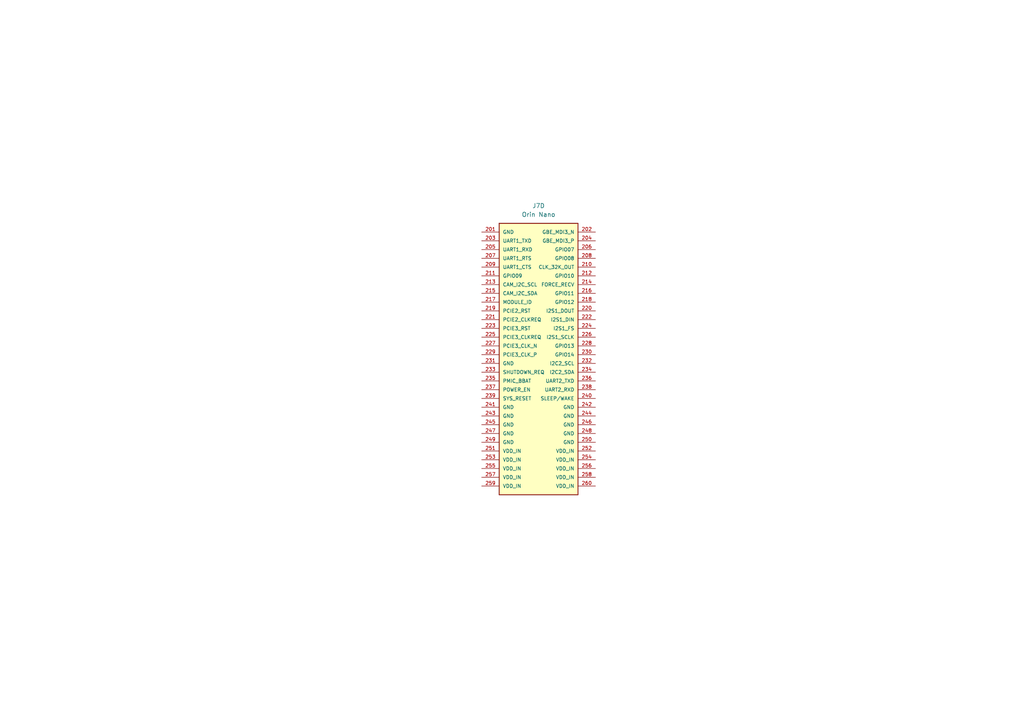
<source format=kicad_sch>
(kicad_sch (version 20231120) (generator "eeschema") (generator_version "8.0")
  (paper "A4")
  (lib_symbols
    (symbol "Fibel2:Orin Nano" (pin_names (offset 1.016))
      (property "Reference" "J" (at -22.86 48.895 0))
      (property "Value" "Orin Nano" (at -20.32 -50.8 0))
      (symbol "Orin Nano_1_0"
        (rectangle (start -11.43 48.26) (end 11.43 -48.26) (stroke (width 0.254)) (fill (type background)))
        (pin passive line (at -16.51 45.72 0) (length 5.08) (name "GND") (number "1"))
        (pin passive line (at 16.51 35.56 180) (length 5.08) (name "CSI0_CLK_N") (number "10"))
        (pin passive line (at -16.51 33.02 0) (length 5.08) (name "CSI1_CLK_P") (number "11"))
        (pin passive line (at 16.51 33.02 180) (length 5.08) (name "CSI0_CLK_P") (number "12"))
        (pin passive line (at -16.51 30.48 0) (length 5.08) (name "GND") (number "13"))
        (pin passive line (at 16.51 30.48 180) (length 5.08) (name "GND") (number "14"))
        (pin passive line (at -16.51 27.94 0) (length 5.08) (name "CSI1_D1_N") (number "15"))
        (pin passive line (at 16.51 27.94 180) (length 5.08) (name "CSI0_D1_N") (number "16"))
        (pin passive line (at -16.51 25.4 0) (length 5.08) (name "CSI1_D1_P") (number "17"))
        (pin passive line (at 16.51 25.4 180) (length 5.08) (name "CSI0_D1_P") (number "18"))
        (pin passive line (at -16.51 22.86 0) (length 5.08) (name "GND") (number "19"))
        (pin passive line (at 16.51 45.72 180) (length 5.08) (name "GND") (number "2"))
        (pin passive line (at 16.51 22.86 180) (length 5.08) (name "GND") (number "20"))
        (pin passive line (at -16.51 20.32 0) (length 5.08) (name "CSI3_D0_N") (number "21"))
        (pin passive line (at 16.51 20.32 180) (length 5.08) (name "CSI2_D0_N") (number "22"))
        (pin passive line (at -16.51 17.78 0) (length 5.08) (name "CSI3_D0_P") (number "23"))
        (pin passive line (at 16.51 17.78 180) (length 5.08) (name "CSI2_D0_P") (number "24"))
        (pin passive line (at -16.51 15.24 0) (length 5.08) (name "GND") (number "25"))
        (pin passive line (at 16.51 15.24 180) (length 5.08) (name "GND") (number "26"))
        (pin passive line (at -16.51 12.7 0) (length 5.08) (name "CSI3_CLK_N") (number "27"))
        (pin passive line (at 16.51 12.7 180) (length 5.08) (name "CSI2_CLK_N") (number "28"))
        (pin passive line (at -16.51 10.16 0) (length 5.08) (name "CSI3_CLK_P") (number "29"))
        (pin passive line (at -16.51 43.18 0) (length 5.08) (name "CSI1_D0_N") (number "3"))
        (pin passive line (at 16.51 10.16 180) (length 5.08) (name "CSI2_CLK_P") (number "30"))
        (pin passive line (at -16.51 7.62 0) (length 5.08) (name "GND") (number "31"))
        (pin passive line (at 16.51 7.62 180) (length 5.08) (name "GND") (number "32"))
        (pin passive line (at -16.51 5.08 0) (length 5.08) (name "CSI3_D1_N") (number "33"))
        (pin passive line (at 16.51 5.08 180) (length 5.08) (name "CSI2_D1_N") (number "34"))
        (pin passive line (at -16.51 2.54 0) (length 5.08) (name "CSI3_D1_P") (number "35"))
        (pin passive line (at 16.51 2.54 180) (length 5.08) (name "CSI2_D1_P") (number "36"))
        (pin passive line (at -16.51 0 0) (length 5.08) (name "GND") (number "37"))
        (pin passive line (at 16.51 0 180) (length 5.08) (name "GND") (number "38"))
        (pin passive line (at -16.51 -2.54 0) (length 5.08) (name "USBSS1_RX_N") (number "39"))
        (pin passive line (at 16.51 43.18 180) (length 5.08) (name "CSI0_D0_N") (number "4"))
        (pin passive line (at 16.51 -2.54 180) (length 5.08) (name "PCIE2_RX0_N") (number "40"))
        (pin passive line (at -16.51 -5.08 0) (length 5.08) (name "USBSS1_RX_P") (number "41"))
        (pin passive line (at 16.51 -5.08 180) (length 5.08) (name "PCIE2_RX0_P") (number "42"))
        (pin passive line (at -16.51 -7.62 0) (length 5.08) (name "GND") (number "43"))
        (pin passive line (at 16.51 -7.62 180) (length 5.08) (name "GND") (number "44"))
        (pin passive line (at -16.51 -10.16 0) (length 5.08) (name "USBSS1_TX_N") (number "45"))
        (pin passive line (at 16.51 -10.16 180) (length 5.08) (name "PCIE2_TX0_N") (number "46"))
        (pin passive line (at -16.51 -12.7 0) (length 5.08) (name "USBSS1_TX_P") (number "47"))
        (pin passive line (at 16.51 -12.7 180) (length 5.08) (name "PCIE2_TX0_P") (number "48"))
        (pin passive line (at -16.51 -15.24 0) (length 5.08) (name "GND") (number "49"))
        (pin passive line (at -16.51 40.64 0) (length 5.08) (name "CSI1_D0_P") (number "5"))
        (pin passive line (at 16.51 -15.24 180) (length 5.08) (name "GND") (number "50"))
        (pin passive line (at -16.51 -17.78 0) (length 5.08) (name "USBSS2_RX_N") (number "51"))
        (pin passive line (at 16.51 -17.78 180) (length 5.08) (name "PCIE2_CLK_N") (number "52"))
        (pin passive line (at -16.51 -20.32 0) (length 5.08) (name "USBSS2_RX_P") (number "53"))
        (pin passive line (at 16.51 -20.32 180) (length 5.08) (name "PCIE2_CLK_P") (number "54"))
        (pin passive line (at -16.51 -22.86 0) (length 5.08) (name "GND") (number "55"))
        (pin passive line (at 16.51 -22.86 180) (length 5.08) (name "GND") (number "56"))
        (pin passive line (at -16.51 -25.4 0) (length 5.08) (name "USBSS2_TX_N") (number "57"))
        (pin passive line (at 16.51 -25.4 180) (length 5.08) (name "PCIE2_RX1_N") (number "58"))
        (pin passive line (at -16.51 -27.94 0) (length 5.08) (name "USBSS2_TX_P") (number "59"))
        (pin passive line (at 16.51 40.64 180) (length 5.08) (name "CSI0_D0_P") (number "6"))
        (pin passive line (at 16.51 -27.94 180) (length 5.08) (name "PCIE2_RX1_P") (number "60"))
        (pin passive line (at -16.51 -30.48 0) (length 5.08) (name "GND") (number "61"))
        (pin passive line (at 16.51 -30.48 180) (length 5.08) (name "GND") (number "62"))
        (pin passive line (at -16.51 -33.02 0) (length 5.08) (name "DP1_TXD0_N") (number "63"))
        (pin passive line (at 16.51 -33.02 180) (length 5.08) (name "PCIE2_TX1_N") (number "64"))
        (pin passive line (at -16.51 -35.56 0) (length 5.08) (name "DP1_TXD0_P") (number "65"))
        (pin passive line (at 16.51 -35.56 180) (length 5.08) (name "PCIE2_TX1_P") (number "66"))
        (pin passive line (at -16.51 -38.1 0) (length 5.08) (name "GND") (number "67"))
        (pin passive line (at 16.51 -38.1 180) (length 5.08) (name "GND") (number "68"))
        (pin passive line (at -16.51 -40.64 0) (length 5.08) (name "DP1_TXD1_N") (number "69"))
        (pin passive line (at -16.51 38.1 0) (length 5.08) (name "GND") (number "7"))
        (pin passive line (at 16.51 -40.64 180) (length 5.08) (name "RSVD") (number "70"))
        (pin passive line (at 16.51 38.1 180) (length 5.08) (name "GND") (number "8"))
        (pin passive line (at -16.51 35.56 0) (length 5.08) (name "CSI1_CLK_N") (number "9"))
        (pin passive line (at 16.51 -45.72 180) (length 5.08) (name "SHIELD") (number "S1"))
        (pin passive line (at 16.51 -45.72 180) (length 5.08) (name "SHIELD") (number "S2"))
      )
      (symbol "Orin Nano_2_0"
        (rectangle (start -11.43 48.26) (end 11.43 -48.26) (stroke (width 0.254)) (fill (type background)))
        (pin passive line (at 16.51 10.16 180) (length 5.08) (name "DP1_AUX_P") (number "100"))
        (pin passive line (at -16.51 7.62 0) (length 5.08) (name "UART0_RXD") (number "101"))
        (pin passive line (at 16.51 7.62 180) (length 5.08) (name "GND") (number "102"))
        (pin passive line (at -16.51 5.08 0) (length 5.08) (name "UART0_RTS") (number "103"))
        (pin passive line (at 16.51 5.08 180) (length 5.08) (name "SPI1_MOSI") (number "104"))
        (pin passive line (at -16.51 2.54 0) (length 5.08) (name "UART0_CTS") (number "105"))
        (pin passive line (at 16.51 2.54 180) (length 5.08) (name "SPI1_SCK") (number "106"))
        (pin passive line (at -16.51 0 0) (length 5.08) (name "GND") (number "107"))
        (pin passive line (at 16.51 0 180) (length 5.08) (name "SPI1_MISO") (number "108"))
        (pin passive line (at -16.51 -2.54 0) (length 5.08) (name "USB0_D_N") (number "109"))
        (pin passive line (at 16.51 -2.54 180) (length 5.08) (name "SPI1_CS0") (number "110"))
        (pin passive line (at -16.51 -5.08 0) (length 5.08) (name "USB0_D_P") (number "111"))
        (pin passive line (at 16.51 -5.08 180) (length 5.08) (name "SPI1_CS1") (number "112"))
        (pin passive line (at -16.51 -7.62 0) (length 5.08) (name "GND") (number "113"))
        (pin passive line (at 16.51 -7.62 180) (length 5.08) (name "CAM0_PWDN") (number "114"))
        (pin passive line (at -16.51 -10.16 0) (length 5.08) (name "USB1_D_N") (number "115"))
        (pin passive line (at 16.51 -10.16 180) (length 5.08) (name "CAM0_MCLK") (number "116"))
        (pin passive line (at -16.51 -12.7 0) (length 5.08) (name "USB1_D_P") (number "117"))
        (pin passive line (at 16.51 -12.7 180) (length 5.08) (name "GPIO01") (number "118"))
        (pin passive line (at -16.51 -15.24 0) (length 5.08) (name "GND") (number "119"))
        (pin passive line (at 16.51 -15.24 180) (length 5.08) (name "CAM1_PWDN") (number "120"))
        (pin passive line (at -16.51 -17.78 0) (length 5.08) (name "USB2_D_N") (number "121"))
        (pin passive line (at 16.51 -17.78 180) (length 5.08) (name "CAM1_MCLK") (number "122"))
        (pin passive line (at -16.51 -20.32 0) (length 5.08) (name "USB2_D_P") (number "123"))
        (pin passive line (at 16.51 -20.32 180) (length 5.08) (name "GPIO02") (number "124"))
        (pin passive line (at -16.51 -22.86 0) (length 5.08) (name "GND") (number "125"))
        (pin passive line (at 16.51 -22.86 180) (length 5.08) (name "GPIO03") (number "126"))
        (pin passive line (at -16.51 -25.4 0) (length 5.08) (name "GPIO04") (number "127"))
        (pin passive line (at 16.51 -25.4 180) (length 5.08) (name "GPIO05") (number "128"))
        (pin passive line (at -16.51 -27.94 0) (length 5.08) (name "GND") (number "129"))
        (pin passive line (at 16.51 -27.94 180) (length 5.08) (name "GPIO06") (number "130"))
        (pin passive line (at -16.51 -30.48 0) (length 5.08) (name "PCIE0_RX0_N") (number "131"))
        (pin passive line (at 16.51 -30.48 180) (length 5.08) (name "GND") (number "132"))
        (pin passive line (at -16.51 -33.02 0) (length 5.08) (name "PCIE0_RX0_P") (number "133"))
        (pin passive line (at 16.51 -33.02 180) (length 5.08) (name "PCIE0_TX0_N") (number "134"))
        (pin passive line (at -16.51 -35.56 0) (length 5.08) (name "GND") (number "135"))
        (pin passive line (at 16.51 -35.56 180) (length 5.08) (name "PCIE0_TX0_P") (number "136"))
        (pin passive line (at -16.51 -38.1 0) (length 5.08) (name "PCIE0_RX1_N") (number "137"))
        (pin passive line (at 16.51 -38.1 180) (length 5.08) (name "GND") (number "138"))
        (pin passive line (at -16.51 -40.64 0) (length 5.08) (name "PCIE0_RX1_P") (number "139"))
        (pin passive line (at 16.51 -40.64 180) (length 5.08) (name "PCIE0_TX1_N") (number "140"))
        (pin passive line (at -16.51 -43.18 0) (length 5.08) (name "GND") (number "141"))
        (pin passive line (at 16.51 -43.18 180) (length 5.08) (name "PCIE0_TX1_P") (number "142"))
        (pin passive line (at -16.51 -45.72 0) (length 5.08) (name "CAN_RX") (number "143"))
        (pin passive line (at 16.51 -45.72 180) (length 5.08) (name "GND") (number "144"))
        (pin passive line (at -16.51 45.72 0) (length 5.08) (name "DP1_TXD1_P") (number "71"))
        (pin passive line (at 16.51 45.72 180) (length 5.08) (name "RSVD") (number "72"))
        (pin passive line (at -16.51 43.18 0) (length 5.08) (name "GND") (number "73"))
        (pin passive line (at 16.51 43.18 180) (length 5.08) (name "GND") (number "74"))
        (pin passive line (at -16.51 40.64 0) (length 5.08) (name "DP1_TXD2_N") (number "75"))
        (pin passive line (at 16.51 40.64 180) (length 5.08) (name "RSVD") (number "76"))
        (pin passive line (at -16.51 38.1 0) (length 5.08) (name "DP1_TXD2_P") (number "77"))
        (pin passive line (at 16.51 38.1 180) (length 5.08) (name "RSVD") (number "78"))
        (pin passive line (at -16.51 35.56 0) (length 5.08) (name "GND") (number "79"))
        (pin passive line (at 16.51 35.56 180) (length 5.08) (name "GND") (number "80"))
        (pin passive line (at -16.51 33.02 0) (length 5.08) (name "DP1_TXD3_N") (number "81"))
        (pin passive line (at 16.51 33.02 180) (length 5.08) (name "RSVD") (number "82"))
        (pin passive line (at -16.51 30.48 0) (length 5.08) (name "DP1_TXD3_P") (number "83"))
        (pin passive line (at 16.51 30.48 180) (length 5.08) (name "RSVD") (number "84"))
        (pin passive line (at -16.51 27.94 0) (length 5.08) (name "GND") (number "85"))
        (pin passive line (at 16.51 27.94 180) (length 5.08) (name "GND") (number "86"))
        (pin passive line (at -16.51 25.4 0) (length 5.08) (name "GPIO00") (number "87"))
        (pin passive line (at 16.51 25.4 180) (length 5.08) (name "RSVD") (number "88"))
        (pin passive line (at -16.51 22.86 0) (length 5.08) (name "SPI0_MOSI") (number "89"))
        (pin passive line (at 16.51 22.86 180) (length 5.08) (name "RSVD") (number "90"))
        (pin passive line (at -16.51 20.32 0) (length 5.08) (name "SPI0_SCK") (number "91"))
        (pin passive line (at 16.51 20.32 180) (length 5.08) (name "RSVD") (number "92"))
        (pin passive line (at -16.51 17.78 0) (length 5.08) (name "SPI0_MISO") (number "93"))
        (pin passive line (at 16.51 17.78 180) (length 5.08) (name "HDMI_CEC") (number "94"))
        (pin passive line (at -16.51 15.24 0) (length 5.08) (name "SPI0_CS0") (number "95"))
        (pin passive line (at 16.51 15.24 180) (length 5.08) (name "DP1_HPD") (number "96"))
        (pin passive line (at -16.51 12.7 0) (length 5.08) (name "SPI0_CS1") (number "97"))
        (pin passive line (at 16.51 12.7 180) (length 5.08) (name "DP1_AUX_N") (number "98"))
        (pin passive line (at -16.51 10.16 0) (length 5.08) (name "UART0_TXD") (number "99"))
      )
      (symbol "Orin Nano_3_0"
        (rectangle (start -11.43 35.56) (end 11.43 -38.1) (stroke (width 0.254)) (fill (type background)))
        (pin passive line (at -16.51 33.02 0) (length 5.08) (name "CAN_TX") (number "145"))
        (pin passive line (at 16.51 33.02 180) (length 5.08) (name "GND") (number "146"))
        (pin passive line (at -16.51 30.48 0) (length 5.08) (name "GND") (number "147"))
        (pin passive line (at 16.51 30.48 180) (length 5.08) (name "PCIE0_TX2_N") (number "148"))
        (pin passive line (at -16.51 27.94 0) (length 5.08) (name "PCIE0_RX2_N") (number "149"))
        (pin passive line (at 16.51 27.94 180) (length 5.08) (name "PCIE0_TX2_P") (number "150"))
        (pin passive line (at -16.51 25.4 0) (length 5.08) (name "PCIE0_RX2_P") (number "151"))
        (pin passive line (at 16.51 25.4 180) (length 5.08) (name "GND") (number "152"))
        (pin passive line (at -16.51 22.86 0) (length 5.08) (name "GND") (number "153"))
        (pin passive line (at 16.51 22.86 180) (length 5.08) (name "PCIE0_TX3_N") (number "154"))
        (pin passive line (at -16.51 20.32 0) (length 5.08) (name "PCIE0_RX3_N") (number "155"))
        (pin passive line (at 16.51 20.32 180) (length 5.08) (name "PCIE0_TX3_P") (number "156"))
        (pin passive line (at -16.51 17.78 0) (length 5.08) (name "PCIE0_RX3_P") (number "157"))
        (pin passive line (at 16.51 17.78 180) (length 5.08) (name "GND") (number "158"))
        (pin passive line (at -16.51 15.24 0) (length 5.08) (name "GND") (number "159"))
        (pin passive line (at 16.51 15.24 180) (length 5.08) (name "PCIE0_CLK_N") (number "160"))
        (pin passive line (at -16.51 12.7 0) (length 5.08) (name "USBSS0_RX_N") (number "161"))
        (pin passive line (at 16.51 12.7 180) (length 5.08) (name "PCIE0_CLK_P") (number "162"))
        (pin passive line (at -16.51 10.16 0) (length 5.08) (name "USBSS0_RX_N") (number "163"))
        (pin passive line (at 16.51 10.16 180) (length 5.08) (name "GND") (number "164"))
        (pin passive line (at -16.51 7.62 0) (length 5.08) (name "GND") (number "165"))
        (pin passive line (at 16.51 7.62 180) (length 5.08) (name "USBSS0_TX_N") (number "166"))
        (pin passive line (at -16.51 5.08 0) (length 5.08) (name "PCIE1_RX0_N") (number "167"))
        (pin passive line (at 16.51 5.08 180) (length 5.08) (name "USBSS0_TX_P") (number "168"))
        (pin passive line (at -16.51 2.54 0) (length 5.08) (name "PCIE1_RX0_P") (number "169"))
        (pin passive line (at 16.51 2.54 180) (length 5.08) (name "GND") (number "170"))
        (pin passive line (at -16.51 0 0) (length 5.08) (name "GND") (number "171"))
        (pin passive line (at 16.51 0 180) (length 5.08) (name "PCIE1_TX0_N") (number "172"))
        (pin passive line (at -16.51 -2.54 0) (length 5.08) (name "PCIE1_CLK_N") (number "173"))
        (pin passive line (at 16.51 -2.54 180) (length 5.08) (name "PCIE1_TX0_P") (number "174"))
        (pin passive line (at -16.51 -5.08 0) (length 5.08) (name "PCIE1_CLK_P") (number "175"))
        (pin passive line (at 16.51 -5.08 180) (length 5.08) (name "GND") (number "176"))
        (pin passive line (at -16.51 -7.62 0) (length 5.08) (name "GND") (number "177"))
        (pin passive line (at 16.51 -7.62 180) (length 5.08) (name "MOD_SLEEP") (number "178"))
        (pin passive line (at -16.51 -10.16 0) (length 5.08) (name "PCIE_WAKE") (number "179"))
        (pin passive line (at 16.51 -10.16 180) (length 5.08) (name "PCIE0_CLKREQ") (number "180"))
        (pin passive line (at -16.51 -12.7 0) (length 5.08) (name "PCIE0_RST") (number "181"))
        (pin passive line (at 16.51 -12.7 180) (length 5.08) (name "PCIE1_CLKREQ") (number "182"))
        (pin passive line (at -16.51 -15.24 0) (length 5.08) (name "PCIE1_RST") (number "183"))
        (pin passive line (at 16.51 -15.24 180) (length 5.08) (name "GBE_MDI0_N") (number "184"))
        (pin passive line (at -16.51 -17.78 0) (length 5.08) (name "I2C0_SCL") (number "185"))
        (pin passive line (at 16.51 -17.78 180) (length 5.08) (name "GBE_MDI0_P") (number "186"))
        (pin passive line (at -16.51 -20.32 0) (length 5.08) (name "I2C0_SDA") (number "187"))
        (pin passive line (at 16.51 -20.32 180) (length 5.08) (name "GBE_LED_LINK") (number "188"))
        (pin passive line (at -16.51 -22.86 0) (length 5.08) (name "I2C1_SCL") (number "189"))
        (pin passive line (at 16.51 -22.86 180) (length 5.08) (name "GBE_MDI1_N") (number "190"))
        (pin passive line (at -16.51 -25.4 0) (length 5.08) (name "I2C1_SDA") (number "191"))
        (pin passive line (at 16.51 -25.4 180) (length 5.08) (name "GBE_MDI1_P") (number "192"))
        (pin passive line (at -16.51 -27.94 0) (length 5.08) (name "I2S0_DOUT") (number "193"))
        (pin passive line (at 16.51 -27.94 180) (length 5.08) (name "GBE_LED_ACT") (number "194"))
        (pin passive line (at -16.51 -30.48 0) (length 5.08) (name "I2S0_DIN") (number "195"))
        (pin passive line (at 16.51 -30.48 180) (length 5.08) (name "GBE_MDI2_N") (number "196"))
        (pin passive line (at -16.51 -33.02 0) (length 5.08) (name "I2S0_FS") (number "197"))
        (pin passive line (at 16.51 -33.02 180) (length 5.08) (name "GBE_MDI2_P") (number "198"))
        (pin passive line (at -16.51 -35.56 0) (length 5.08) (name "I2S0_SCLK") (number "199"))
        (pin passive line (at 16.51 -35.56 180) (length 5.08) (name "GND") (number "200"))
      )
      (symbol "Orin Nano_4_0"
        (rectangle (start -11.43 38.1) (end 11.43 -40.64) (stroke (width 0.254)) (fill (type background)))
        (pin passive line (at -16.51 35.56 0) (length 5.08) (name "GND") (number "201"))
        (pin passive line (at 16.51 35.56 180) (length 5.08) (name "GBE_MDI3_N") (number "202"))
        (pin passive line (at -16.51 33.02 0) (length 5.08) (name "UART1_TXD") (number "203"))
        (pin passive line (at 16.51 33.02 180) (length 5.08) (name "GBE_MDI3_P") (number "204"))
        (pin passive line (at -16.51 30.48 0) (length 5.08) (name "UART1_RXD") (number "205"))
        (pin passive line (at 16.51 30.48 180) (length 5.08) (name "GPIO07") (number "206"))
        (pin passive line (at -16.51 27.94 0) (length 5.08) (name "UART1_RTS") (number "207"))
        (pin passive line (at 16.51 27.94 180) (length 5.08) (name "GPIO08") (number "208"))
        (pin passive line (at -16.51 25.4 0) (length 5.08) (name "UART1_CTS") (number "209"))
        (pin passive line (at 16.51 25.4 180) (length 5.08) (name "CLK_32K_OUT") (number "210"))
        (pin passive line (at -16.51 22.86 0) (length 5.08) (name "GPIO09") (number "211"))
        (pin passive line (at 16.51 22.86 180) (length 5.08) (name "GPIO10") (number "212"))
        (pin passive line (at -16.51 20.32 0) (length 5.08) (name "CAM_I2C_SCL") (number "213"))
        (pin passive line (at 16.51 20.32 180) (length 5.08) (name "FORCE_RECV") (number "214"))
        (pin passive line (at -16.51 17.78 0) (length 5.08) (name "CAM_I2C_SDA") (number "215"))
        (pin passive line (at 16.51 17.78 180) (length 5.08) (name "GPIO11") (number "216"))
        (pin passive line (at -16.51 15.24 0) (length 5.08) (name "MODULE_ID") (number "217"))
        (pin passive line (at 16.51 15.24 180) (length 5.08) (name "GPIO12") (number "218"))
        (pin passive line (at -16.51 12.7 0) (length 5.08) (name "PCIE2_RST") (number "219"))
        (pin passive line (at 16.51 12.7 180) (length 5.08) (name "I2S1_DOUT") (number "220"))
        (pin passive line (at -16.51 10.16 0) (length 5.08) (name "PCIE2_CLKREQ") (number "221"))
        (pin passive line (at 16.51 10.16 180) (length 5.08) (name "I2S1_DIN") (number "222"))
        (pin passive line (at -16.51 7.62 0) (length 5.08) (name "PCIE3_RST") (number "223"))
        (pin passive line (at 16.51 7.62 180) (length 5.08) (name "I2S1_FS") (number "224"))
        (pin passive line (at -16.51 5.08 0) (length 5.08) (name "PCIE3_CLKREQ") (number "225"))
        (pin passive line (at 16.51 5.08 180) (length 5.08) (name "I2S1_SCLK") (number "226"))
        (pin passive line (at -16.51 2.54 0) (length 5.08) (name "PCIE3_CLK_N") (number "227"))
        (pin passive line (at 16.51 2.54 180) (length 5.08) (name "GPIO13") (number "228"))
        (pin passive line (at -16.51 0 0) (length 5.08) (name "PCIE3_CLK_P") (number "229"))
        (pin passive line (at 16.51 0 180) (length 5.08) (name "GPIO14") (number "230"))
        (pin passive line (at -16.51 -2.54 0) (length 5.08) (name "GND") (number "231"))
        (pin passive line (at 16.51 -2.54 180) (length 5.08) (name "I2C2_SCL") (number "232"))
        (pin passive line (at -16.51 -5.08 0) (length 5.08) (name "SHUTDOWN_REQ") (number "233"))
        (pin passive line (at 16.51 -5.08 180) (length 5.08) (name "I2C2_SDA") (number "234"))
        (pin passive line (at -16.51 -7.62 0) (length 5.08) (name "PMIC_BBAT") (number "235"))
        (pin passive line (at 16.51 -7.62 180) (length 5.08) (name "UART2_TXD") (number "236"))
        (pin passive line (at -16.51 -10.16 0) (length 5.08) (name "POWER_EN") (number "237"))
        (pin passive line (at 16.51 -10.16 180) (length 5.08) (name "UART2_RXD") (number "238"))
        (pin passive line (at -16.51 -12.7 0) (length 5.08) (name "SYS_RESET") (number "239"))
        (pin passive line (at 16.51 -12.7 180) (length 5.08) (name "SLEEP/WAKE") (number "240"))
        (pin passive line (at -16.51 -15.24 0) (length 5.08) (name "GND") (number "241"))
        (pin passive line (at 16.51 -15.24 180) (length 5.08) (name "GND") (number "242"))
        (pin passive line (at -16.51 -17.78 0) (length 5.08) (name "GND") (number "243"))
        (pin passive line (at 16.51 -17.78 180) (length 5.08) (name "GND") (number "244"))
        (pin passive line (at -16.51 -20.32 0) (length 5.08) (name "GND") (number "245"))
        (pin passive line (at 16.51 -20.32 180) (length 5.08) (name "GND") (number "246"))
        (pin passive line (at -16.51 -22.86 0) (length 5.08) (name "GND") (number "247"))
        (pin passive line (at 16.51 -22.86 180) (length 5.08) (name "GND") (number "248"))
        (pin passive line (at -16.51 -25.4 0) (length 5.08) (name "GND") (number "249"))
        (pin passive line (at 16.51 -25.4 180) (length 5.08) (name "GND") (number "250"))
        (pin passive line (at -16.51 -27.94 0) (length 5.08) (name "VDD_IN") (number "251"))
        (pin passive line (at 16.51 -27.94 180) (length 5.08) (name "VDD_IN") (number "252"))
        (pin passive line (at -16.51 -30.48 0) (length 5.08) (name "VDD_IN") (number "253"))
        (pin passive line (at 16.51 -30.48 180) (length 5.08) (name "VDD_IN") (number "254"))
        (pin passive line (at -16.51 -33.02 0) (length 5.08) (name "VDD_IN") (number "255"))
        (pin passive line (at 16.51 -33.02 180) (length 5.08) (name "VDD_IN") (number "256"))
        (pin passive line (at -16.51 -35.56 0) (length 5.08) (name "VDD_IN") (number "257"))
        (pin passive line (at 16.51 -35.56 180) (length 5.08) (name "VDD_IN") (number "258"))
        (pin passive line (at -16.51 -38.1 0) (length 5.08) (name "VDD_IN") (number "259"))
        (pin passive line (at 16.51 -38.1 180) (length 5.08) (name "VDD_IN") (number "260"))
      )
    )
  )
  (symbol (lib_id "Fibel2:Orin Nano") (at 156.21 102.87 0) (unit 4)
    (property "Reference" "J7" (at 156.21 59.69 0))
    (property "Value" "Orin Nano" (at 156.21 62.23 0))
    (property "Footprint" "Fibel2:SODIMMx260" (effects (hide yes)))
    (property "Comment" "2309407-1" (effects (hide yes)))
    (property "MF" "TE Connectivity" (effects (hide yes)))
    (property "MP" "2309407-1" (effects (hide yes)))
  )
)
</source>
